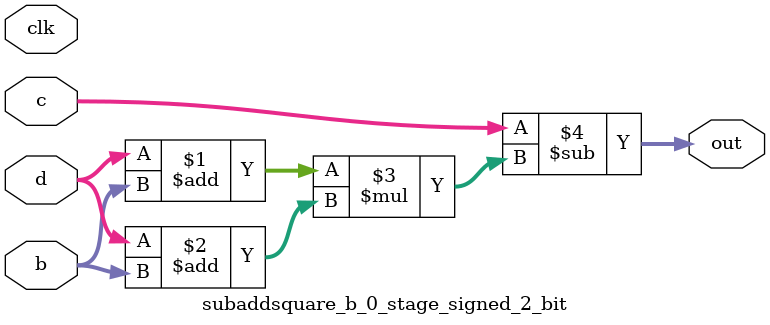
<source format=sv>
(* use_dsp = "yes" *) module subaddsquare_b_0_stage_signed_2_bit(
	input signed [1:0] b,
	input signed [1:0] c,
	input signed [1:0] d,
	output [1:0] out,
	input clk);

	assign out = c - ((d + b) * (d + b));
endmodule

</source>
